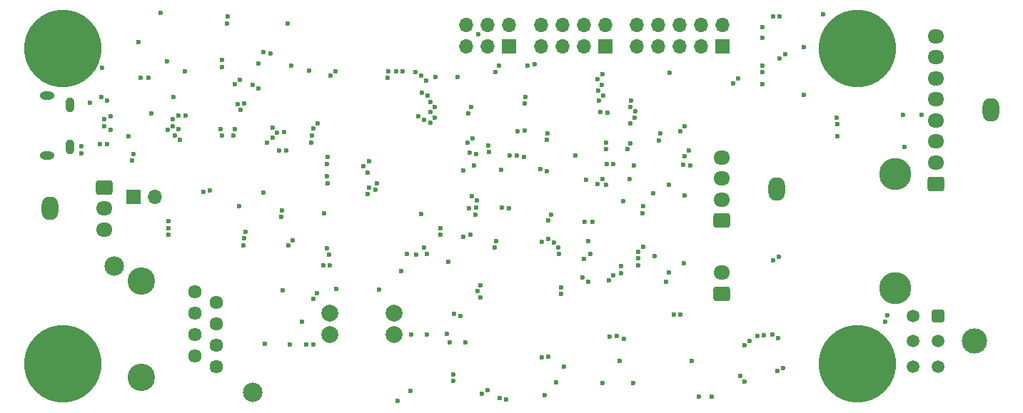
<source format=gbs>
%TF.GenerationSoftware,KiCad,Pcbnew,8.0.3-8.0.3-0~ubuntu22.04.1*%
%TF.CreationDate,2024-06-05T12:44:32+02:00*%
%TF.ProjectId,Drawer_Controller_v4,44726177-6572-45f4-936f-6e74726f6c6c,rev?*%
%TF.SameCoordinates,Original*%
%TF.FileFunction,Soldermask,Bot*%
%TF.FilePolarity,Negative*%
%FSLAX46Y46*%
G04 Gerber Fmt 4.6, Leading zero omitted, Abs format (unit mm)*
G04 Created by KiCad (PCBNEW 8.0.3-8.0.3-0~ubuntu22.04.1) date 2024-06-05 12:44:32*
%MOMM*%
%LPD*%
G01*
G04 APERTURE LIST*
G04 Aperture macros list*
%AMRoundRect*
0 Rectangle with rounded corners*
0 $1 Rounding radius*
0 $2 $3 $4 $5 $6 $7 $8 $9 X,Y pos of 4 corners*
0 Add a 4 corners polygon primitive as box body*
4,1,4,$2,$3,$4,$5,$6,$7,$8,$9,$2,$3,0*
0 Add four circle primitives for the rounded corners*
1,1,$1+$1,$2,$3*
1,1,$1+$1,$4,$5*
1,1,$1+$1,$6,$7*
1,1,$1+$1,$8,$9*
0 Add four rect primitives between the rounded corners*
20,1,$1+$1,$2,$3,$4,$5,0*
20,1,$1+$1,$4,$5,$6,$7,0*
20,1,$1+$1,$6,$7,$8,$9,0*
20,1,$1+$1,$8,$9,$2,$3,0*%
G04 Aperture macros list end*
%ADD10C,2.600000*%
%ADD11C,3.800000*%
%ADD12O,1.704000X0.954000*%
%ADD13O,1.004000X1.784000*%
%ADD14O,2.000000X2.800000*%
%ADD15RoundRect,0.250000X-0.725000X0.600000X-0.725000X-0.600000X0.725000X-0.600000X0.725000X0.600000X0*%
%ADD16O,1.950000X1.700000*%
%ADD17C,3.600000*%
%ADD18C,9.200000*%
%ADD19R,1.700000X1.700000*%
%ADD20O,1.700000X1.700000*%
%ADD21RoundRect,0.250000X0.725000X-0.600000X0.725000X0.600000X-0.725000X0.600000X-0.725000X-0.600000X0*%
%ADD22C,2.000000*%
%ADD23C,3.000000*%
%ADD24RoundRect,0.250001X-0.499999X0.499999X-0.499999X-0.499999X0.499999X-0.499999X0.499999X0.499999X0*%
%ADD25C,1.500000*%
%ADD26C,3.250000*%
%ADD27C,1.612000*%
%ADD28C,2.304000*%
%ADD29C,0.600000*%
G04 APERTURE END LIST*
D10*
%TO.C,H6*%
X203500000Y-133250000D03*
D11*
X203500000Y-133250000D03*
%TD*%
D12*
%TO.C,X7*%
X102925000Y-110425000D03*
D13*
X105625000Y-111450000D03*
X105625000Y-116450000D03*
D12*
X102925000Y-117475000D03*
%TD*%
D14*
%TO.C,X5*%
X103200000Y-123800000D03*
D15*
X109700000Y-121300000D03*
D16*
X109700000Y-123800000D03*
X109700000Y-126300000D03*
%TD*%
D10*
%TO.C,H5*%
X203500000Y-119700000D03*
D11*
X203500000Y-119700000D03*
%TD*%
D17*
%TO.C,H2*%
X104800000Y-142200000D03*
D18*
X104800000Y-142200000D03*
%TD*%
D17*
%TO.C,H3*%
X199000000Y-104800000D03*
D18*
X199000000Y-104800000D03*
%TD*%
D19*
%TO.C,J3*%
X169130000Y-104540000D03*
D20*
X169130000Y-102000000D03*
X166590000Y-104540000D03*
X166590000Y-102000000D03*
X164050000Y-104540000D03*
X164050000Y-102000000D03*
X161510000Y-104540000D03*
X161510000Y-102000000D03*
%TD*%
D19*
%TO.C,J2*%
X157700000Y-104540000D03*
D20*
X157700000Y-102000000D03*
X155160000Y-104540000D03*
X155160000Y-102000000D03*
X152620000Y-104540000D03*
X152620000Y-102000000D03*
%TD*%
D14*
%TO.C,X3*%
X214800000Y-112100000D03*
D21*
X208300000Y-120850000D03*
D16*
X208300000Y-118350000D03*
X208300000Y-115850000D03*
X208300000Y-113350000D03*
X208300000Y-110850000D03*
X208300000Y-108350000D03*
X208300000Y-105850000D03*
X208300000Y-103350000D03*
%TD*%
D17*
%TO.C,H1*%
X104800000Y-104800000D03*
D18*
X104800000Y-104800000D03*
%TD*%
D22*
%TO.C,S1*%
X136430000Y-136230000D03*
X136430000Y-138770000D03*
X144050000Y-136230000D03*
X144050000Y-138770000D03*
%TD*%
D21*
%TO.C,X2*%
X182900000Y-133900000D03*
D16*
X182900000Y-131400000D03*
%TD*%
D14*
%TO.C,X6*%
X189400000Y-121500000D03*
D21*
X182900000Y-125250000D03*
D16*
X182900000Y-122750000D03*
X182900000Y-120250000D03*
X182900000Y-117750000D03*
%TD*%
D23*
%TO.C,X4*%
X212900000Y-139550000D03*
D24*
X208580000Y-136550000D03*
D25*
X208580000Y-139550000D03*
X208580000Y-142550000D03*
X205580000Y-136550000D03*
X205580000Y-139550000D03*
X205580000Y-142550000D03*
%TD*%
D17*
%TO.C,H4*%
X199000000Y-142200000D03*
D18*
X199000000Y-142200000D03*
%TD*%
D19*
%TO.C,J1*%
X183010000Y-104550000D03*
D20*
X183010000Y-102010000D03*
X180470000Y-104550000D03*
X180470000Y-102010000D03*
X177930000Y-104550000D03*
X177930000Y-102010000D03*
X175390000Y-104550000D03*
X175390000Y-102010000D03*
X172850000Y-104550000D03*
X172850000Y-102010000D03*
%TD*%
D19*
%TO.C,JP1*%
X113125000Y-122400000D03*
D20*
X115665000Y-122400000D03*
%TD*%
D26*
%TO.C,X1*%
X114100000Y-132375000D03*
X114100000Y-143805000D03*
D27*
X122990000Y-142535000D03*
X120450000Y-141265000D03*
X122990000Y-139995000D03*
X120450000Y-138725000D03*
X122990000Y-137455000D03*
X120450000Y-136185000D03*
X122990000Y-134915000D03*
X120450000Y-133645000D03*
D28*
X110850000Y-130590000D03*
X127250000Y-145590000D03*
%TD*%
D29*
X169996614Y-131687772D03*
X190226369Y-142764753D03*
X109311860Y-110558046D03*
X168867592Y-110390000D03*
X176650000Y-120937500D03*
X154050000Y-103100000D03*
X176700000Y-107700000D03*
X130200048Y-114759022D03*
X124989999Y-115133839D03*
X143350000Y-107490000D03*
X172672321Y-112252709D03*
X172100000Y-116036889D03*
X140435421Y-118740000D03*
X156020986Y-128439531D03*
X125744637Y-108514826D03*
X204600000Y-116500000D03*
X124237500Y-101825000D03*
X153869168Y-122856592D03*
X147900000Y-129150000D03*
X206650000Y-112700000D03*
X187700000Y-107600000D03*
X107000000Y-117275000D03*
X130850000Y-133500000D03*
X147605388Y-113308771D03*
X178000003Y-136350000D03*
X152300000Y-119250000D03*
X196650000Y-115200000D03*
X196611358Y-113797646D03*
X188999997Y-101000000D03*
X167114445Y-127690000D03*
X125859930Y-112114461D03*
X127992194Y-106592194D03*
X110408453Y-112807499D03*
X202519778Y-136430778D03*
X181700000Y-146100000D03*
X167350000Y-129150000D03*
X163014839Y-127795816D03*
X108000000Y-111225000D03*
X117850000Y-110600000D03*
X157329693Y-146448343D03*
X172000000Y-120300000D03*
X115250000Y-112550000D03*
X142300000Y-133450000D03*
X153207772Y-111759456D03*
X161541643Y-127721111D03*
X134908771Y-133844612D03*
X178529461Y-117596991D03*
X118025303Y-115150242D03*
X172193109Y-110962901D03*
X122184467Y-121693107D03*
X168525000Y-112339999D03*
X164200000Y-142600000D03*
X131700000Y-139900000D03*
X141850000Y-121550000D03*
X133150000Y-137200000D03*
X135750000Y-124400000D03*
X189000672Y-129913515D03*
X174800000Y-121987500D03*
X109400000Y-107100000D03*
X129364999Y-105365000D03*
X163610343Y-129224272D03*
X152784313Y-116015687D03*
X126183528Y-128135262D03*
X162347240Y-141383563D03*
X131450000Y-101850000D03*
X159513695Y-114538879D03*
X154463049Y-145810000D03*
X172100000Y-113700000D03*
X180200000Y-146100000D03*
X163250000Y-144400000D03*
X172450000Y-144500000D03*
X118507104Y-114374176D03*
X157646717Y-123772429D03*
X144500000Y-146600000D03*
X166550000Y-129750000D03*
X158638110Y-117496921D03*
X148350000Y-111150000D03*
X146650000Y-129250000D03*
X173553215Y-123551769D03*
X109974953Y-116146928D03*
X151919603Y-136592523D03*
X131550242Y-128174697D03*
X148368507Y-113597929D03*
X116375000Y-100575000D03*
X171350000Y-139250000D03*
X131850000Y-106850000D03*
X167550000Y-125400000D03*
X187700000Y-102250000D03*
X153705107Y-124489494D03*
X119250000Y-107500000D03*
X176300000Y-132510000D03*
X190424697Y-105500242D03*
X128750000Y-139875000D03*
X188921238Y-138776579D03*
X192650000Y-110300000D03*
X187100000Y-138900000D03*
X107000000Y-116425000D03*
X150450000Y-130100000D03*
X156756238Y-119184358D03*
X144850000Y-131250000D03*
X163896126Y-133954855D03*
X162350000Y-125200000D03*
X136090000Y-119975478D03*
X152500000Y-139725000D03*
X141051209Y-121294645D03*
X134350000Y-115150000D03*
X133950000Y-107410000D03*
X178500000Y-122250000D03*
X185600000Y-140000000D03*
X172988929Y-130523071D03*
X173040000Y-128924697D03*
X153550000Y-118650000D03*
X194900000Y-100700000D03*
X148950000Y-108200000D03*
X136090000Y-118492404D03*
X174925000Y-129475000D03*
X113950000Y-108300000D03*
X168750000Y-144500000D03*
X117100000Y-106300000D03*
X151550000Y-108150000D03*
X128550000Y-121900000D03*
X161398163Y-119076605D03*
X169600000Y-139050000D03*
X160685873Y-106700310D03*
X170050000Y-118550000D03*
X150625000Y-139700000D03*
X161900000Y-145950000D03*
X167050000Y-132510000D03*
X151100000Y-144300003D03*
X112550000Y-115200000D03*
X126296032Y-111320397D03*
X185585161Y-144336100D03*
X147345833Y-110048441D03*
X156043015Y-107563744D03*
X179150000Y-118700000D03*
X134985173Y-113705363D03*
X136105971Y-128523884D03*
X168752980Y-107885000D03*
X154307772Y-132884456D03*
X147950000Y-138750000D03*
X175596186Y-114903780D03*
X124287500Y-100975000D03*
X146000000Y-145450000D03*
X168698928Y-109137831D03*
X162675000Y-124525000D03*
X133650822Y-139969241D03*
X166860000Y-120350000D03*
X192650000Y-104650000D03*
X178000000Y-114650000D03*
X137116361Y-107490000D03*
X126400000Y-126550000D03*
X169200000Y-116750000D03*
X178450000Y-130300000D03*
X130445910Y-116869703D03*
X117300000Y-125299997D03*
X127284358Y-109106239D03*
X146050000Y-138750000D03*
X144302251Y-107490000D03*
X135649997Y-130550000D03*
X149539515Y-126924934D03*
X123667624Y-115132244D03*
X130761357Y-124002354D03*
X171250000Y-122950000D03*
X147250000Y-108050000D03*
X184890000Y-108358046D03*
X150300000Y-138700000D03*
X123650000Y-106199997D03*
X154307772Y-134315544D03*
X159588797Y-110527545D03*
X110414844Y-114457501D03*
X153792402Y-117310000D03*
X152942542Y-123786929D03*
X148400622Y-112375001D03*
X125650000Y-123500000D03*
X137150000Y-133300000D03*
X179330000Y-141870000D03*
X176650000Y-131350000D03*
X129625000Y-114200000D03*
X117300000Y-126900003D03*
X155287184Y-117096679D03*
X172500000Y-118700000D03*
X153069222Y-126930222D03*
X187700000Y-109050000D03*
X112986837Y-118083187D03*
X117171124Y-114494488D03*
X168790000Y-120313050D03*
X129620533Y-115360000D03*
X171004177Y-130600000D03*
X118491025Y-112746902D03*
X165553098Y-117490000D03*
X170800000Y-141900000D03*
X187700000Y-103500000D03*
X162217255Y-114852829D03*
X125150000Y-109050000D03*
X156850000Y-123700000D03*
X121400000Y-121850000D03*
X187900000Y-138800000D03*
X153950000Y-133600000D03*
X189800000Y-101000000D03*
X204400000Y-112700000D03*
X189800000Y-106000000D03*
X151175000Y-136300000D03*
X126286863Y-127341962D03*
X113750000Y-104000000D03*
X156539573Y-146322982D03*
X125500000Y-111400000D03*
X147600000Y-128408378D03*
X169249997Y-118550000D03*
X171700000Y-116750000D03*
X179000000Y-116950000D03*
X162150000Y-115650000D03*
X162150000Y-119350000D03*
X156150000Y-127650000D03*
X114934602Y-108270000D03*
X153350000Y-115450000D03*
X119291017Y-112750972D03*
X127950000Y-109550000D03*
X152850000Y-112475000D03*
X152300000Y-127150000D03*
X145575000Y-129150000D03*
X153250000Y-122350000D03*
X169200000Y-121000000D03*
X173500000Y-124350000D03*
X173600000Y-128300000D03*
X170500000Y-138950000D03*
X151100000Y-143500000D03*
X161550000Y-141450000D03*
X155150000Y-145400000D03*
X136500000Y-108000000D03*
X149550000Y-126125000D03*
X128550000Y-105200000D03*
X142029888Y-120770485D03*
X123650000Y-107000000D03*
X109175000Y-116155867D03*
X109967086Y-111017048D03*
X125150000Y-114350000D03*
X123500000Y-114350000D03*
X140950000Y-119500000D03*
X159412562Y-117697492D03*
X189700000Y-129525000D03*
X202300000Y-137200000D03*
X163888345Y-133154891D03*
X140875000Y-122075000D03*
X130700000Y-124800000D03*
X132050000Y-127550000D03*
X177200000Y-136350000D03*
X134250000Y-116000000D03*
X117800000Y-114000000D03*
X109708382Y-114057500D03*
X117800000Y-113150000D03*
X109708382Y-113207500D03*
X155224930Y-116299103D03*
X146950000Y-112850000D03*
X148062816Y-110403321D03*
X136200000Y-117700000D03*
X159900000Y-106850000D03*
X153000000Y-117200000D03*
X147850000Y-108650000D03*
X146575000Y-107575000D03*
X156450000Y-106875000D03*
X143278854Y-108286833D03*
X145100000Y-107550000D03*
X185100000Y-143700000D03*
X189500000Y-143100000D03*
X113150000Y-117300000D03*
X118650000Y-115650000D03*
X134450000Y-139900000D03*
X136450000Y-130550000D03*
X134450000Y-134500000D03*
X136300000Y-129300000D03*
X148900000Y-113000000D03*
X129000000Y-115950000D03*
X148900000Y-111750000D03*
X131000000Y-114750000D03*
X159525000Y-111325000D03*
X158715533Y-114593107D03*
X178525000Y-114025000D03*
X178352354Y-118638642D03*
X172050000Y-111749999D03*
X166649997Y-125400000D03*
X163500000Y-128431916D03*
X153750000Y-123680729D03*
X117300000Y-126100000D03*
X131250000Y-116900000D03*
X141050000Y-118150000D03*
X175437263Y-115687838D03*
X169200000Y-115949997D03*
X157800000Y-117500000D03*
X136163030Y-120772140D03*
X184300000Y-108950000D03*
X187700000Y-106799997D03*
X147300000Y-124450000D03*
X168200000Y-120900000D03*
X172558771Y-113044612D03*
X162293935Y-127448969D03*
X168200000Y-108475000D03*
X170950000Y-131500000D03*
X169400000Y-112400000D03*
X168250000Y-109800000D03*
X166400000Y-131950000D03*
X196550000Y-113000000D03*
X134450000Y-114300000D03*
X169564348Y-132360936D03*
X168350000Y-111000000D03*
X173040000Y-129724700D03*
X186224697Y-139500242D03*
X189600000Y-139200000D03*
M02*

</source>
